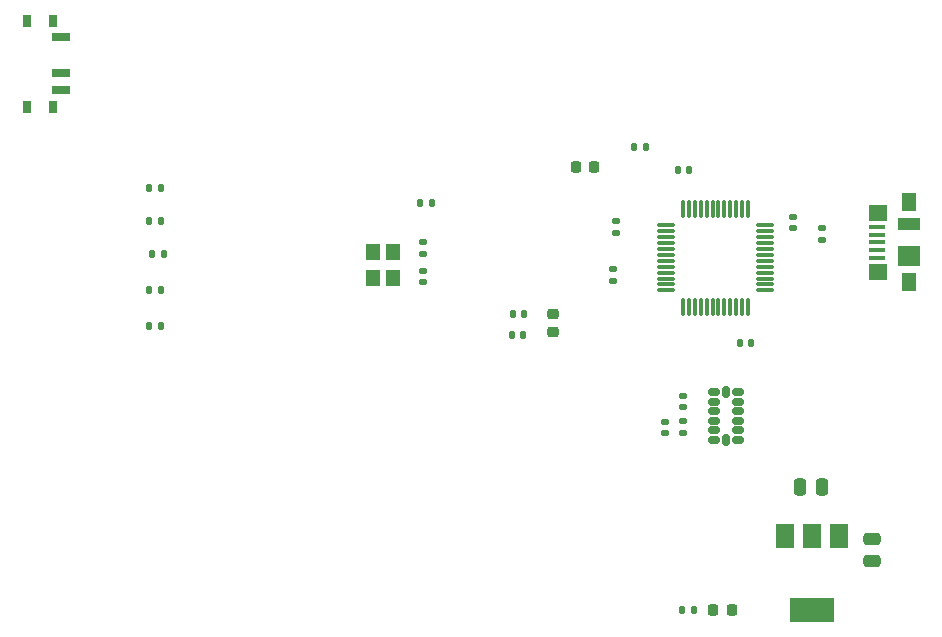
<source format=gbr>
%TF.GenerationSoftware,KiCad,Pcbnew,(6.0.6)*%
%TF.CreationDate,2022-07-21T13:44:36+08:00*%
%TF.ProjectId,graccel_mouse,67726163-6365-46c5-9f6d-6f7573652e6b,v0.1*%
%TF.SameCoordinates,Original*%
%TF.FileFunction,Paste,Top*%
%TF.FilePolarity,Positive*%
%FSLAX46Y46*%
G04 Gerber Fmt 4.6, Leading zero omitted, Abs format (unit mm)*
G04 Created by KiCad (PCBNEW (6.0.6)) date 2022-07-21 13:44:36*
%MOMM*%
%LPD*%
G01*
G04 APERTURE LIST*
G04 Aperture macros list*
%AMRoundRect*
0 Rectangle with rounded corners*
0 $1 Rounding radius*
0 $2 $3 $4 $5 $6 $7 $8 $9 X,Y pos of 4 corners*
0 Add a 4 corners polygon primitive as box body*
4,1,4,$2,$3,$4,$5,$6,$7,$8,$9,$2,$3,0*
0 Add four circle primitives for the rounded corners*
1,1,$1+$1,$2,$3*
1,1,$1+$1,$4,$5*
1,1,$1+$1,$6,$7*
1,1,$1+$1,$8,$9*
0 Add four rect primitives between the rounded corners*
20,1,$1+$1,$2,$3,$4,$5,0*
20,1,$1+$1,$4,$5,$6,$7,0*
20,1,$1+$1,$6,$7,$8,$9,0*
20,1,$1+$1,$8,$9,$2,$3,0*%
G04 Aperture macros list end*
%ADD10R,1.380000X0.450000*%
%ADD11R,1.900000X1.800000*%
%ADD12R,1.300000X1.650000*%
%ADD13R,1.550000X1.425000*%
%ADD14R,1.900000X1.000000*%
%ADD15RoundRect,0.140000X-0.140000X-0.170000X0.140000X-0.170000X0.140000X0.170000X-0.140000X0.170000X0*%
%ADD16RoundRect,0.135000X0.135000X0.185000X-0.135000X0.185000X-0.135000X-0.185000X0.135000X-0.185000X0*%
%ADD17R,1.200000X1.400000*%
%ADD18R,1.500000X2.000000*%
%ADD19R,3.800000X2.000000*%
%ADD20RoundRect,0.140000X0.170000X-0.140000X0.170000X0.140000X-0.170000X0.140000X-0.170000X-0.140000X0*%
%ADD21RoundRect,0.218750X-0.256250X0.218750X-0.256250X-0.218750X0.256250X-0.218750X0.256250X0.218750X0*%
%ADD22RoundRect,0.140000X-0.170000X0.140000X-0.170000X-0.140000X0.170000X-0.140000X0.170000X0.140000X0*%
%ADD23RoundRect,0.140000X0.140000X0.170000X-0.140000X0.170000X-0.140000X-0.170000X0.140000X-0.170000X0*%
%ADD24RoundRect,0.218750X-0.218750X-0.256250X0.218750X-0.256250X0.218750X0.256250X-0.218750X0.256250X0*%
%ADD25RoundRect,0.135000X-0.135000X-0.185000X0.135000X-0.185000X0.135000X0.185000X-0.135000X0.185000X0*%
%ADD26RoundRect,0.135000X-0.185000X0.135000X-0.185000X-0.135000X0.185000X-0.135000X0.185000X0.135000X0*%
%ADD27RoundRect,0.250000X-0.250000X-0.475000X0.250000X-0.475000X0.250000X0.475000X-0.250000X0.475000X0*%
%ADD28RoundRect,0.225000X0.225000X0.250000X-0.225000X0.250000X-0.225000X-0.250000X0.225000X-0.250000X0*%
%ADD29RoundRect,0.250000X0.475000X-0.250000X0.475000X0.250000X-0.475000X0.250000X-0.475000X-0.250000X0*%
%ADD30RoundRect,0.075000X-0.662500X-0.075000X0.662500X-0.075000X0.662500X0.075000X-0.662500X0.075000X0*%
%ADD31RoundRect,0.075000X-0.075000X-0.662500X0.075000X-0.662500X0.075000X0.662500X-0.075000X0.662500X0*%
%ADD32RoundRect,0.150000X-0.325000X-0.150000X0.325000X-0.150000X0.325000X0.150000X-0.325000X0.150000X0*%
%ADD33RoundRect,0.150000X-0.150000X-0.325000X0.150000X-0.325000X0.150000X0.325000X-0.150000X0.325000X0*%
%ADD34R,0.800000X1.000000*%
%ADD35R,1.500000X0.700000*%
G04 APERTURE END LIST*
D10*
%TO.C,J1*%
X154620000Y-96100000D03*
X154620000Y-95450000D03*
X154620000Y-94800000D03*
X154620000Y-94150000D03*
X154620000Y-93500000D03*
D11*
X157280000Y-95950000D03*
D12*
X157280000Y-91425000D03*
X157280000Y-98175000D03*
D13*
X154705000Y-97287500D03*
D14*
X157280000Y-93250000D03*
D13*
X154705000Y-92312500D03*
%TD*%
D15*
%TO.C,C7*%
X137750000Y-88657500D03*
X138710000Y-88657500D03*
%TD*%
D16*
%TO.C,R5*%
X93982000Y-90170000D03*
X92962000Y-90170000D03*
%TD*%
%TO.C,R6*%
X93982000Y-98806000D03*
X92962000Y-98806000D03*
%TD*%
D17*
%TO.C,Y1*%
X111930000Y-95597500D03*
X111930000Y-97797500D03*
X113630000Y-97797500D03*
X113630000Y-95597500D03*
%TD*%
D18*
%TO.C,U1*%
X151400000Y-119637500D03*
D19*
X149100000Y-125937500D03*
D18*
X149100000Y-119637500D03*
X146800000Y-119637500D03*
%TD*%
D20*
%TO.C,C15*%
X138220000Y-110927500D03*
X138220000Y-109967500D03*
%TD*%
D21*
%TO.C,FB1*%
X127200000Y-100860000D03*
X127200000Y-102435000D03*
%TD*%
D22*
%TO.C,C16*%
X138160000Y-107807500D03*
X138160000Y-108767500D03*
%TD*%
D23*
%TO.C,C4*%
X116900000Y-91447500D03*
X115940000Y-91447500D03*
%TD*%
%TO.C,C13*%
X124670000Y-102617500D03*
X123710000Y-102617500D03*
%TD*%
D24*
%TO.C,D1*%
X140752500Y-125947500D03*
X142327500Y-125947500D03*
%TD*%
D25*
%TO.C,R4*%
X92962000Y-92964000D03*
X93982000Y-92964000D03*
%TD*%
D20*
%TO.C,C14*%
X136690000Y-110980000D03*
X136690000Y-110020000D03*
%TD*%
D22*
%TO.C,C10*%
X132480000Y-93037500D03*
X132480000Y-93997500D03*
%TD*%
D16*
%TO.C,R1*%
X139100000Y-125970000D03*
X138080000Y-125970000D03*
%TD*%
D25*
%TO.C,R2*%
X134020000Y-86710000D03*
X135040000Y-86710000D03*
%TD*%
D26*
%TO.C,R3*%
X149930000Y-93620000D03*
X149930000Y-94640000D03*
%TD*%
D22*
%TO.C,C8*%
X147510000Y-92640000D03*
X147510000Y-93600000D03*
%TD*%
D16*
%TO.C,R8*%
X93982000Y-101854000D03*
X92962000Y-101854000D03*
%TD*%
D27*
%TO.C,C1*%
X148070000Y-115497500D03*
X149970000Y-115497500D03*
%TD*%
D20*
%TO.C,C5*%
X116150000Y-98197500D03*
X116150000Y-97237500D03*
%TD*%
D28*
%TO.C,C3*%
X130640000Y-88400000D03*
X129090000Y-88400000D03*
%TD*%
D20*
%TO.C,C11*%
X132270000Y-98060000D03*
X132270000Y-97100000D03*
%TD*%
D29*
%TO.C,C6*%
X154150000Y-121797500D03*
X154150000Y-119897500D03*
%TD*%
D16*
%TO.C,R7*%
X94236000Y-95758000D03*
X93216000Y-95758000D03*
%TD*%
D30*
%TO.C,U2*%
X136767500Y-93377500D03*
X136767500Y-93877500D03*
X136767500Y-94377500D03*
X136767500Y-94877500D03*
X136767500Y-95377500D03*
X136767500Y-95877500D03*
X136767500Y-96377500D03*
X136767500Y-96877500D03*
X136767500Y-97377500D03*
X136767500Y-97877500D03*
X136767500Y-98377500D03*
X136767500Y-98877500D03*
D31*
X138180000Y-100290000D03*
X138680000Y-100290000D03*
X139180000Y-100290000D03*
X139680000Y-100290000D03*
X140180000Y-100290000D03*
X140680000Y-100290000D03*
X141180000Y-100290000D03*
X141680000Y-100290000D03*
X142180000Y-100290000D03*
X142680000Y-100290000D03*
X143180000Y-100290000D03*
X143680000Y-100290000D03*
D30*
X145092500Y-98877500D03*
X145092500Y-98377500D03*
X145092500Y-97877500D03*
X145092500Y-97377500D03*
X145092500Y-96877500D03*
X145092500Y-96377500D03*
X145092500Y-95877500D03*
X145092500Y-95377500D03*
X145092500Y-94877500D03*
X145092500Y-94377500D03*
X145092500Y-93877500D03*
X145092500Y-93377500D03*
D31*
X143680000Y-91965000D03*
X143180000Y-91965000D03*
X142680000Y-91965000D03*
X142180000Y-91965000D03*
X141680000Y-91965000D03*
X141180000Y-91965000D03*
X140680000Y-91965000D03*
X140180000Y-91965000D03*
X139680000Y-91965000D03*
X139180000Y-91965000D03*
X138680000Y-91965000D03*
X138180000Y-91965000D03*
%TD*%
D23*
%TO.C,C12*%
X124720000Y-100917500D03*
X123760000Y-100917500D03*
%TD*%
%TO.C,C9*%
X143980000Y-103357500D03*
X143020000Y-103357500D03*
%TD*%
D32*
%TO.C,U3*%
X140810000Y-107510000D03*
X140810000Y-108310000D03*
X140810000Y-109110000D03*
X140810000Y-109910000D03*
X140810000Y-110710000D03*
X140810000Y-111510000D03*
D33*
X141810000Y-111510000D03*
D32*
X142810000Y-111510000D03*
X142810000Y-110710000D03*
X142810000Y-109910000D03*
X142810000Y-109110000D03*
X142810000Y-108310000D03*
X142810000Y-107510000D03*
D33*
X141810000Y-107510000D03*
%TD*%
D34*
%TO.C,SW1*%
X82655000Y-76050000D03*
X84865000Y-76050000D03*
X84865000Y-83350000D03*
X82655000Y-83350000D03*
D35*
X85515000Y-77450000D03*
X85515000Y-80450000D03*
X85515000Y-81950000D03*
%TD*%
D20*
%TO.C,C2*%
X116150000Y-95777500D03*
X116150000Y-94817500D03*
%TD*%
M02*

</source>
